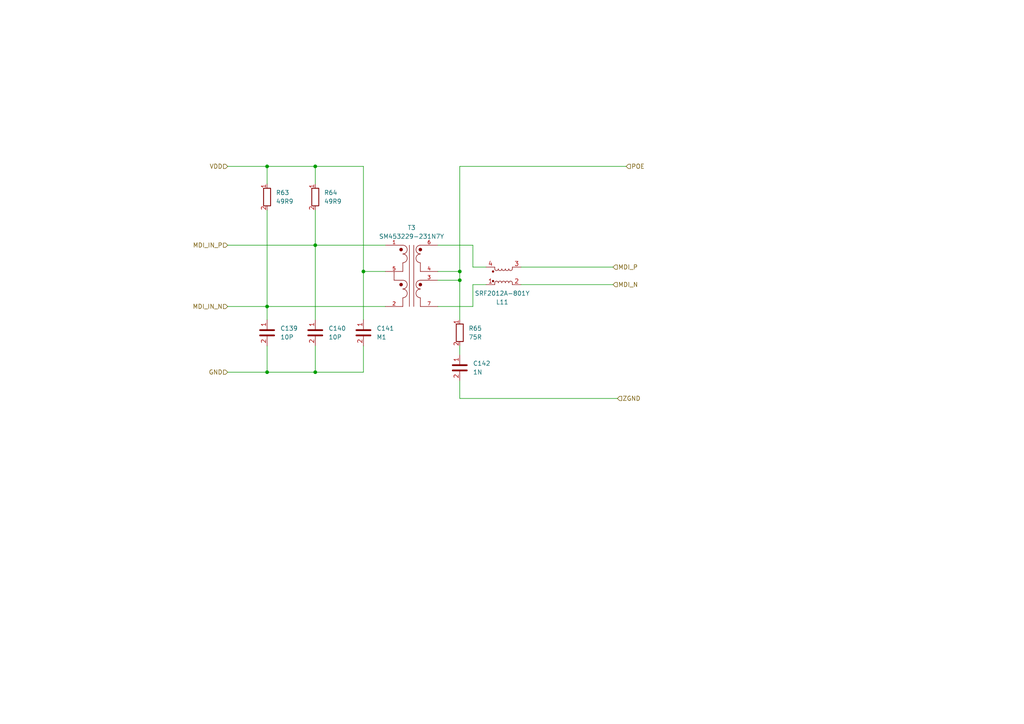
<source format=kicad_sch>
(kicad_sch (version 20250114) (generator "eeschema") (generator_version "9.0")
  (paper "A4")
  (lib_symbols
    (symbol "Device:L_Coupled_1243" (pin_names (offset 0.254) (hide yes))
      (property "Reference" "L" (at 0 4.445 0))
      (property "Value" "L_Coupled_1243" (at 0 -4.445 0))
      (symbol "L_Coupled_1243_0_1"
        (circle (center -3.048 1.524) (radius 0.254) (fill (type outline)))
        (circle (center -3.048 -1.27) (radius 0.254) (fill (type outline)))
        (polyline (pts (xy -2.54 2.032) (xy -2.54 2.54)))
        (polyline (pts (xy -2.54 -2.032) (xy -2.54 -2.54)))
        (arc (start -1.524 2.032) (mid -2.032 1.5262) (end -2.54 2.032))
        (arc (start -2.54 -2.032) (mid -2.032 -1.5262) (end -1.524 -2.032))
        (arc (start -0.508 2.032) (mid -1.016 1.5262) (end -1.524 2.032))
        (arc (start -1.524 -2.032) (mid -1.016 -1.5262) (end -0.508 -2.032))
        (arc (start 0.508 2.032) (mid 0 1.5262) (end -0.508 2.032))
        (arc (start -0.508 -2.032) (mid 0 -1.5262) (end 0.508 -2.032))
        (arc (start 1.524 2.032) (mid 1.016 1.5262) (end 0.508 2.032))
        (arc (start 0.508 -2.032) (mid 1.016 -1.5262) (end 1.524 -2.032))
        (arc (start 2.54 2.032) (mid 2.032 1.5262) (end 1.524 2.032))
        (arc (start 1.524 -2.032) (mid 2.032 -1.5262) (end 2.54 -2.032))
        (polyline (pts (xy 2.54 2.54) (xy 2.54 2.032)))
        (polyline (pts (xy 2.54 -2.032) (xy 2.54 -2.54)))
      )
      (symbol "L_Coupled_1243_1_1"
        (pin passive line (at -5.08 2.54 0) (length 2.54) (name "1") (number "1"))
        (pin passive line (at -5.08 -2.54 0) (length 2.54) (name "4") (number "4"))
        (pin passive line (at 5.08 2.54 180) (length 2.54) (name "2") (number "2"))
        (pin passive line (at 5.08 -2.54 180) (length 2.54) (name "3") (number "3"))
      )
    )
    (symbol "PPA-Pasive:Cap" (pin_names (offset 1.016))
      (property "Reference" "C" (at -5.08 0 0))
      (property "Value" "Cap" (at 5.08 -2.54 0))
      (symbol "Cap_1_1"
        (polyline (pts (xy -2.032 0.762) (xy 2.032 0.762)) (stroke (width 0.508)))
        (polyline (pts (xy -2.032 -0.762) (xy 2.032 -0.762)) (stroke (width 0.508)))
        (pin passive line (at 0 3.81 270) (length 2.794) (name "~") (number "1"))
        (pin passive line (at 0 -3.81 90) (length 2.794) (name "~") (number "2"))
      )
    )
    (symbol "PPA-Pasive:Res" (pin_names (offset 1.016))
      (property "Reference" "R" (at -2.54 2.54 0))
      (property "Value" "Res" (at -1.27 -2.54 0))
      (symbol "Res_1_1"
        (rectangle (start 2.54 -1.016) (end -2.54 1.016) (stroke (width 0.254)))
        (pin passive line (at -3.81 0 0) (length 1.27) (name "~") (number "1"))
        (pin passive line (at 3.81 0 180) (length 1.27) (name "~") (number "2"))
      )
    )
    (symbol "SM453229-231N7Y:SM453229-231N7Y" (pin_names (offset 1.016))
      (property "Reference" "T" (at -5.0839 12.7079 0))
      (property "Value" "SM453229-231N7Y" (at -5.0814 -10.1627 0))
      (symbol "SM453229-231N7Y_0_0"
        (polyline (pts (xy -5.08 0) (xy -5.08 2.54)) (stroke (width 0.1524)))
        (circle (center -3.048 8.89) (radius 0.254) (stroke (width 0.508)))
        (circle (center -3.048 -1.27) (radius 0.254) (stroke (width 0.508)))
        (arc (start -2.54 10.16) (mid -1.2755 8.89) (end -2.54 7.62) (stroke (width 0.1524)))
        (arc (start -2.54 7.62) (mid -1.2755 6.35) (end -2.54 5.08) (stroke (width 0.1524)))
        (arc (start -2.54 0) (mid -1.2755 -1.27) (end -2.54 -2.54) (stroke (width 0.1524)))
        (arc (start -2.54 -2.54) (mid -1.2755 -3.81) (end -2.54 -5.08) (stroke (width 0.1524)))
        (polyline (pts (xy -2.54 5.08) (xy -2.54 2.54)) (stroke (width 0.1524)))
        (polyline (pts (xy -2.54 0) (xy -5.08 0)) (stroke (width 0.1524)))
        (polyline (pts (xy -2.54 -5.08) (xy -2.54 -7.62)) (stroke (width 0.1524)))
        (polyline (pts (xy -0.635 10.16) (xy -0.635 -7.62)) (stroke (width 0.1524)))
        (polyline (pts (xy 0.635 10.16) (xy 0.635 -7.62)) (stroke (width 0.1524)))
        (circle (center 2.54 8.89) (radius 0.254) (stroke (width 0.508)))
        (polyline (pts (xy 2.54 5.08) (xy 2.54 2.54)) (stroke (width 0.1524)))
        (polyline (pts (xy 2.54 0) (xy 5.08 0)) (stroke (width 0.1524)))
        (circle (center 2.54 -1.27) (radius 0.254) (stroke (width 0.508)))
        (polyline (pts (xy 2.54 -5.08) (xy 2.54 -7.62)) (stroke (width 0.1524)))
        (arc (start 2.54 7.62) (mid 1.2755 8.89) (end 2.54 10.16) (stroke (width 0.1524)))
        (arc (start 2.54 5.08) (mid 1.2755 6.35) (end 2.54 7.62) (stroke (width 0.1524)))
        (arc (start 2.54 -2.54) (mid 1.2755 -1.27) (end 2.54 0) (stroke (width 0.1524)))
        (arc (start 2.54 -5.08) (mid 1.2755 -3.81) (end 2.54 -2.54) (stroke (width 0.1524)))
        (pin passive line (at -7.62 10.16 0) (length 5.08) (name "~") (number "1"))
        (pin passive line (at -7.62 2.54 0) (length 5.08) (name "~") (number "5"))
        (pin passive line (at -7.62 -7.62 0) (length 5.08) (name "~") (number "2"))
        (pin passive line (at 7.62 10.16 180) (length 5.08) (name "~") (number "6"))
        (pin passive line (at 7.62 2.54 180) (length 5.08) (name "~") (number "4"))
        (pin passive line (at 7.62 0 180) (length 5.08) (name "~") (number "3"))
        (pin passive line (at 7.62 -7.62 180) (length 5.08) (name "~") (number "7"))
      )
    )
  )
  (junction (at 133.35 78.74))
  (junction (at 77.47 48.26))
  (junction (at 91.44 107.95))
  (junction (at 91.44 48.26))
  (junction (at 77.47 88.9))
  (junction (at 133.35 81.28))
  (junction (at 105.41 78.74))
  (junction (at 91.44 71.12))
  (junction (at 77.47 107.95))
  (wire (pts (xy 77.47 60.96) (xy 77.47 88.9)))
  (wire (pts (xy 133.35 81.28) (xy 133.35 92.71)))
  (wire (pts (xy 105.41 78.74) (xy 111.76 78.74)))
  (wire (pts (xy 140.97 82.55) (xy 137.16 82.55)))
  (wire (pts (xy 133.35 78.74) (xy 133.35 81.28)))
  (wire (pts (xy 133.35 115.57) (xy 133.35 110.49)))
  (wire (pts (xy 105.41 78.74) (xy 105.41 92.71)))
  (wire (pts (xy 77.47 88.9) (xy 77.47 92.71)))
  (wire (pts (xy 133.35 78.74) (xy 133.35 48.26)))
  (wire (pts (xy 151.13 77.47) (xy 177.8 77.47)))
  (wire (pts (xy 127 78.74) (xy 133.35 78.74)))
  (wire (pts (xy 66.04 107.95) (xy 77.47 107.95)))
  (wire (pts (xy 77.47 48.26) (xy 77.47 53.34)))
  (wire (pts (xy 137.16 71.12) (xy 137.16 77.47)))
  (wire (pts (xy 127 71.12) (xy 137.16 71.12)))
  (wire (pts (xy 91.44 60.96) (xy 91.44 71.12)))
  (wire (pts (xy 77.47 88.9) (xy 111.76 88.9)))
  (wire (pts (xy 66.04 88.9) (xy 77.47 88.9)))
  (wire (pts (xy 91.44 107.95) (xy 105.41 107.95)))
  (wire (pts (xy 91.44 48.26) (xy 91.44 53.34)))
  (wire (pts (xy 105.41 48.26) (xy 105.41 78.74)))
  (wire (pts (xy 91.44 48.26) (xy 105.41 48.26)))
  (wire (pts (xy 133.35 81.28) (xy 127 81.28)))
  (wire (pts (xy 91.44 71.12) (xy 111.76 71.12)))
  (wire (pts (xy 91.44 100.33) (xy 91.44 107.95)))
  (wire (pts (xy 105.41 107.95) (xy 105.41 100.33)))
  (wire (pts (xy 77.47 100.33) (xy 77.47 107.95)))
  (wire (pts (xy 137.16 77.47) (xy 140.97 77.47)))
  (wire (pts (xy 133.35 48.26) (xy 181.61 48.26)))
  (wire (pts (xy 66.04 48.26) (xy 77.47 48.26)))
  (wire (pts (xy 137.16 88.9) (xy 127 88.9)))
  (wire (pts (xy 91.44 71.12) (xy 91.44 92.71)))
  (wire (pts (xy 133.35 100.33) (xy 133.35 102.87)))
  (wire (pts (xy 151.13 82.55) (xy 177.8 82.55)))
  (wire (pts (xy 66.04 71.12) (xy 91.44 71.12)))
  (wire (pts (xy 77.47 48.26) (xy 91.44 48.26)))
  (wire (pts (xy 77.47 107.95) (xy 91.44 107.95)))
  (wire (pts (xy 179.07 115.57) (xy 133.35 115.57)))
  (wire (pts (xy 137.16 82.55) (xy 137.16 88.9)))
  (hierarchical_label "MDI_N" (shape input) (at 177.8 82.55 0))
  (hierarchical_label "MDI_P" (shape input) (at 177.8 77.47 0))
  (hierarchical_label "POE" (shape input) (at 181.61 48.26 0))
  (hierarchical_label "ZGND" (shape input) (at 179.07 115.57 0))
  (hierarchical_label "MDI_IN_N" (shape input) (at 66.04 88.9 180))
  (hierarchical_label "GND" (shape input) (at 66.04 107.95 180))
  (hierarchical_label "VDD" (shape input) (at 66.04 48.26 180))
  (hierarchical_label "MDI_IN_P" (shape input) (at 66.04 71.12 180))
  (symbol (lib_id "Device:L_Coupled_1243") (at 146.05 80.01 0) (mirror x) (unit 1)
    (property "Reference" "L9" (at 145.669 87.63 0))
    (property "Value" "SRF2012A-801Y" (at 145.669 85.09 0))
    (property "Footprint" "foot-ppa-passive:SRF2012A-801Y" (effects (hide yes)))
    (property "Description" "Coupled inductor" (effects (hide yes)))
    (instances (project "TRX055.01.01.PB.00.00" (path "" (reference "L11") (unit 1)) (path "" (reference "L9") (unit 1)) (path "" (reference "L10") (unit 1)) (path "" (reference "L12") (unit 1))))
  )
  (symbol (lib_id "PPA-Pasive:Cap") (at 77.47 96.52 0) (unit 1)
    (property "Reference" "C131" (at 81.28 95.2499 0) (effects (justify left)))
    (property "Value" "10P" (at 81.28 97.7899 0) (effects (justify left)))
    (property "Footprint" "Capacitor_SMD:C_0402_1005Metric" (effects (hide yes)))
    (property "Description" "capacitor" (effects (hide yes)))
    (property "Voltage" "100V" (effects (hide yes)))
    (property "Material" "X7R" (effects (hide yes)))
    (property "JLCPCB Part #" "C25744" (effects (hide yes)))
    (instances (project "TRX055.01.01.PB.00.00" (path "" (reference "C139") (unit 1)) (path "" (reference "C131") (unit 1)) (path "" (reference "C135") (unit 1)) (path "" (reference "C143") (unit 1))))
  )
  (symbol (lib_id "PPA-Pasive:Res") (at 133.35 96.52 270) (unit 1)
    (property "Reference" "R59" (at 135.89 95.2499 90) (effects (justify left)))
    (property "Value" "75R" (at 135.89 97.7899 90) (effects (justify left)))
    (property "Footprint" "Resistor_SMD:R_0402_1005Metric" (effects (hide yes)))
    (property "Power" "250mW" (effects (hide yes)))
    (property "Tolerance" "=< 5%" (effects (hide yes)))
    (property "JLCPCB Part #" "C25133" (effects (hide yes)))
    (instances (project "TRX055.01.01.PB.00.00" (path "" (reference "R65") (unit 1)) (path "" (reference "R59") (unit 1)) (path "" (reference "R62") (unit 1)) (path "" (reference "R68") (unit 1))))
  )
  (symbol (lib_id "PPA-Pasive:Cap") (at 133.35 106.68 0) (unit 1)
    (property "Reference" "C134" (at 137.16 105.4099 0) (effects (justify left)))
    (property "Value" "1N" (at 137.16 107.9499 0) (effects (justify left)))
    (property "Footprint" "Capacitor_SMD:C_0603_1608Metric" (effects (hide yes)))
    (property "Description" "capacitor" (effects (hide yes)))
    (property "Voltage" "100V" (effects (hide yes)))
    (property "Material" "X7R" (effects (hide yes)))
    (property "JLCPCB Part #" "C1588" (effects (hide yes)))
    (instances (project "TRX055.01.01.PB.00.00" (path "" (reference "C142") (unit 1)) (path "" (reference "C134") (unit 1)) (path "" (reference "C138") (unit 1)) (path "" (reference "C146") (unit 1))))
  )
  (symbol (lib_id "PPA-Pasive:Cap") (at 105.41 96.52 0) (unit 1)
    (property "Reference" "C133" (at 109.22 95.2499 0) (effects (justify left)))
    (property "Value" "M1" (at 109.22 97.7899 0) (effects (justify left)))
    (property "Footprint" "Capacitor_SMD:C_0201_0603Metric" (effects (hide yes)))
    (property "Description" "capacitor" (effects (hide yes)))
    (property "Voltage" "100V" (effects (hide yes)))
    (property "Material" "X7R" (effects (hide yes)))
    (property "JLCPCB Part #" "C1581" (effects (hide yes)))
    (instances (project "TRX055.01.01.PB.00.00" (path "" (reference "C141") (unit 1)) (path "" (reference "C133") (unit 1)) (path "" (reference "C137") (unit 1)) (path "" (reference "C145") (unit 1))))
  )
  (symbol (lib_id "SM453229-231N7Y:SM453229-231N7Y") (at 119.38 81.28 0) (unit 1)
    (property "Reference" "T1" (at 119.38 66.04 0))
    (property "Value" "SM453229-231N7Y" (at 119.38 68.58 0))
    (property "Footprint" "snapeda:XFMR_SM453229-231N7Y" (effects (hide yes)))
    (property "MF" "Bourns Inc." (effects (hide yes)))
    (property "MAXIMUM_PACKAGE_HEIGHT" "2.9mm" (effects (hide yes)))
    (property "Package" "None" (effects (hide yes)))
    (property "Price" "None" (effects (hide yes)))
    (property "Check_prices" "https://www.snapeda.com/parts/SM453229-231N7Y/Bourns/view-part/?ref=eda" (effects (hide yes)))
    (property "STANDARD" "Manufacturer Recommendations" (effects (hide yes)))
    (property "PARTREV" "04/19" (effects (hide yes)))
    (property "SnapEDA_Link" "https://www.snapeda.com/parts/SM453229-231N7Y/Bourns/view-part/?ref=snap" (effects (hide yes)))
    (property "MP" "SM453229-231N7Y" (effects (hide yes)))
    (property "Purchase-URL" "https://www.snapeda.com/api/url_track_click_mouser/?unipart_id=4449271&manufacturer=Bourns Inc.&part_name=SM453229-231N7Y&search_term=None" (effects (hide yes)))
    (property "Description_1" "\n200µH LAN 10/100/1000 Base-T, Power over Ethernet (PoE) Pulse Transformer 1:1 Surface Mount\n" (effects (hide yes)))
    (property "Availability" "In Stock" (effects (hide yes)))
    (property "MANUFACTURER" "Bourns" (effects (hide yes)))
    (property "JLCPCB Part #" "C6816858" (effects (hide yes)))
    (instances (project "TRX055.01.01.PB.00.00" (path "" (reference "T3") (unit 1)) (path "" (reference "T1") (unit 1)) (path "" (reference "T2") (unit 1)) (path "" (reference "T4") (unit 1))))
  )
  (symbol (lib_id "PPA-Pasive:Res") (at 91.44 57.15 270) (unit 1)
    (property "Reference" "R58" (at 93.98 55.8799 90) (effects (justify left)))
    (property "Value" "49R9" (at 93.98 58.4199 90) (effects (justify left)))
    (property "Footprint" "Resistor_SMD:R_0402_1005Metric" (effects (hide yes)))
    (property "Power" "250mW" (effects (hide yes)))
    (property "Tolerance" "=< 5%" (effects (hide yes)))
    (property "JLCPCB Part #" "C25120 " (effects (hide yes)))
    (instances (project "TRX055.01.01.PB.00.00" (path "" (reference "R64") (unit 1)) (path "" (reference "R58") (unit 1)) (path "" (reference "R61") (unit 1)) (path "" (reference "R67") (unit 1))))
  )
  (symbol (lib_id "PPA-Pasive:Res") (at 77.47 57.15 270) (unit 1)
    (property "Reference" "R55" (at 80.01 55.8799 90) (effects (justify left)))
    (property "Value" "49R9" (at 80.01 58.4199 90) (effects (justify left)))
    (property "Footprint" "Resistor_SMD:R_0402_1005Metric" (effects (hide yes)))
    (property "Power" "250mW" (effects (hide yes)))
    (property "Tolerance" "=< 5%" (effects (hide yes)))
    (property "JLCPCB Part #" "C25120 " (effects (hide yes)))
    (instances (project "TRX055.01.01.PB.00.00" (path "" (reference "R63") (unit 1)) (path "" (reference "R55") (unit 1)) (path "" (reference "R60") (unit 1)) (path "" (reference "R66") (unit 1))))
  )
  (symbol (lib_id "PPA-Pasive:Cap") (at 91.44 96.52 0) (unit 1)
    (property "Reference" "C132" (at 95.25 95.2499 0) (effects (justify left)))
    (property "Value" "10P" (at 95.25 97.7899 0) (effects (justify left)))
    (property "Footprint" "Capacitor_SMD:C_0402_1005Metric" (effects (hide yes)))
    (property "Description" "capacitor" (effects (hide yes)))
    (property "Voltage" "100V" (effects (hide yes)))
    (property "Material" "X7R" (effects (hide yes)))
    (property "JLCPCB Part #" "C25744" (effects (hide yes)))
    (instances (project "TRX055.01.01.PB.00.00" (path "" (reference "C140") (unit 1)) (path "" (reference "C132") (unit 1)) (path "" (reference "C136") (unit 1)) (path "" (reference "C144") (unit 1))))
  )
)
</source>
